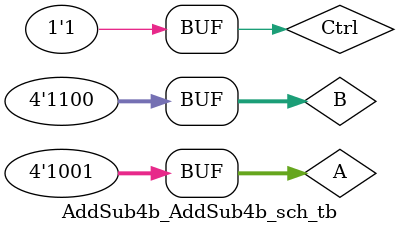
<source format=v>

`timescale 1ns / 1ps

module AddSub4b_AddSub4b_sch_tb();

// Inputs
   reg Ctrl;
   reg [3:0] A;
   reg [3:0] B;

// Output
   wire [3:0] S;
   wire Co;

// Bidirs

// Instantiate the UUT
   AddSub4b UUT (
		.S(S), 
		.Ctrl(Ctrl), 
		.A(A), 
		.B(B), 
		.Co(Co)
   );
// Initialize Inputs
	initial begin
		Ctrl = 0;
		A = 0;
		B = 0;
		
		// Addition, with no carry generated
		A = 2;
		B = 4;
		#100;
		// Addition, with carry generated
		A = 9;
		B = 14;
		#100;
		// Subtraction, with carry generated (No borrow)
		Ctrl = 1;
		A = 12;
		B = 9;
		#100;
		// Subtraction, with no carry generated (Borrow)
		A = 9;
		B = 12;
		#100;
	end	
endmodule

</source>
